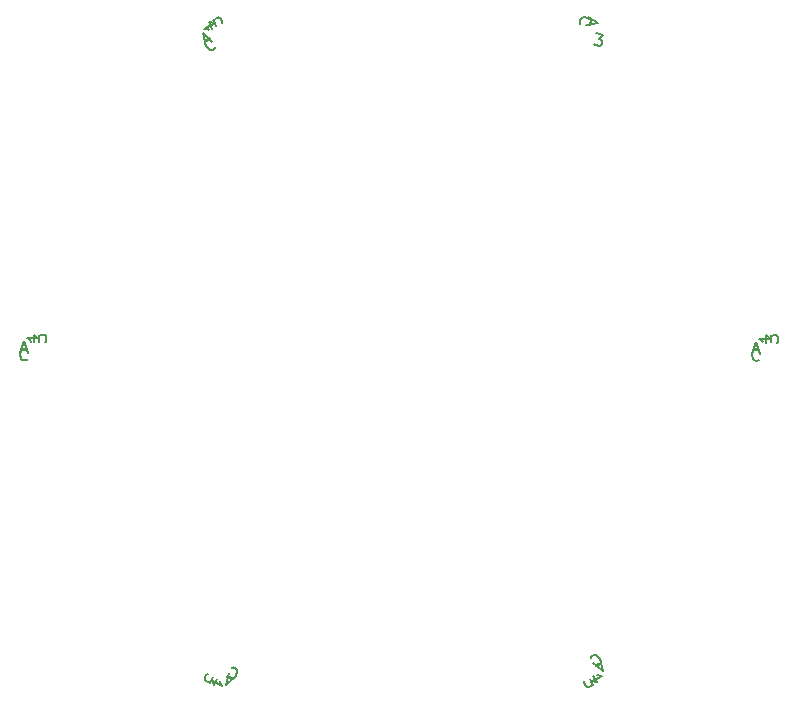
<source format=gbr>
%TF.GenerationSoftware,KiCad,Pcbnew,7.0.9*%
%TF.CreationDate,2024-01-04T19:56:32-05:00*%
%TF.ProjectId,Thermistor Ring,54686572-6d69-4737-946f-722052696e67,rev?*%
%TF.SameCoordinates,Original*%
%TF.FileFunction,Legend,Bot*%
%TF.FilePolarity,Positive*%
%FSLAX46Y46*%
G04 Gerber Fmt 4.6, Leading zero omitted, Abs format (unit mm)*
G04 Created by KiCad (PCBNEW 7.0.9) date 2024-01-04 19:56:32*
%MOMM*%
%LPD*%
G01*
G04 APERTURE LIST*
%ADD10C,0.150000*%
G04 APERTURE END LIST*
D10*
X106807023Y-86033997D02*
X106824452Y-85968948D01*
X106824452Y-85968948D02*
X106924361Y-85856280D01*
X106924361Y-85856280D02*
X107006839Y-85808661D01*
X107006839Y-85808661D02*
X107154367Y-85778472D01*
X107154367Y-85778472D02*
X107284464Y-85813332D01*
X107284464Y-85813332D02*
X107373323Y-85872001D01*
X107373323Y-85872001D02*
X107509800Y-86013148D01*
X107509800Y-86013148D02*
X107581229Y-86136866D01*
X107581229Y-86136866D02*
X107635228Y-86325633D01*
X107635228Y-86325633D02*
X107641607Y-86431921D01*
X107641607Y-86431921D02*
X107606748Y-86562019D01*
X107606748Y-86562019D02*
X107506839Y-86674687D01*
X107506839Y-86674687D02*
X107424361Y-86722306D01*
X107424361Y-86722306D02*
X107276833Y-86752495D01*
X107276833Y-86752495D02*
X107211784Y-86735065D01*
X107036816Y-87583203D02*
X107346339Y-88119314D01*
X107346339Y-88119314D02*
X106849758Y-88021115D01*
X106849758Y-88021115D02*
X106921187Y-88144833D01*
X106921187Y-88144833D02*
X106927567Y-88251121D01*
X106927567Y-88251121D02*
X106910137Y-88316170D01*
X106910137Y-88316170D02*
X106851468Y-88405029D01*
X106851468Y-88405029D02*
X106645271Y-88524076D01*
X106645271Y-88524076D02*
X106538983Y-88530456D01*
X106538983Y-88530456D02*
X106473934Y-88513026D01*
X106473934Y-88513026D02*
X106385076Y-88454357D01*
X106385076Y-88454357D02*
X106242219Y-88206921D01*
X106242219Y-88206921D02*
X106235839Y-88100633D01*
X106235839Y-88100633D02*
X106253269Y-88035584D01*
X106999930Y-88319314D02*
X106714216Y-87824443D01*
X106857073Y-88071878D02*
X107723098Y-87571878D01*
X107723098Y-87571878D02*
X107551761Y-87560828D01*
X107551761Y-87560828D02*
X107421664Y-87525969D01*
X107421664Y-87525969D02*
X107332805Y-87467300D01*
X107676512Y-86444761D02*
X107264119Y-86682856D01*
X107616134Y-86149706D02*
X107827459Y-87182398D01*
X107827459Y-87182398D02*
X107038783Y-86483040D01*
X121670019Y-59345432D02*
X121670019Y-58726385D01*
X121670019Y-58726385D02*
X122050971Y-59059718D01*
X122050971Y-59059718D02*
X122050971Y-58916861D01*
X122050971Y-58916861D02*
X122098590Y-58821623D01*
X122098590Y-58821623D02*
X122146209Y-58774004D01*
X122146209Y-58774004D02*
X122241447Y-58726385D01*
X122241447Y-58726385D02*
X122479542Y-58726385D01*
X122479542Y-58726385D02*
X122574780Y-58774004D01*
X122574780Y-58774004D02*
X122622400Y-58821623D01*
X122622400Y-58821623D02*
X122670019Y-58916861D01*
X122670019Y-58916861D02*
X122670019Y-59202575D01*
X122670019Y-59202575D02*
X122622400Y-59297813D01*
X122622400Y-59297813D02*
X122574780Y-59345432D01*
X121094423Y-60801980D02*
X121046804Y-60849600D01*
X121046804Y-60849600D02*
X120903947Y-60897219D01*
X120903947Y-60897219D02*
X120808709Y-60897219D01*
X120808709Y-60897219D02*
X120665852Y-60849600D01*
X120665852Y-60849600D02*
X120570614Y-60754361D01*
X120570614Y-60754361D02*
X120522995Y-60659123D01*
X120522995Y-60659123D02*
X120475376Y-60468647D01*
X120475376Y-60468647D02*
X120475376Y-60325790D01*
X120475376Y-60325790D02*
X120522995Y-60135314D01*
X120522995Y-60135314D02*
X120570614Y-60040076D01*
X120570614Y-60040076D02*
X120665852Y-59944838D01*
X120665852Y-59944838D02*
X120808709Y-59897219D01*
X120808709Y-59897219D02*
X120903947Y-59897219D01*
X120903947Y-59897219D02*
X121046804Y-59944838D01*
X121046804Y-59944838D02*
X121094423Y-59992457D01*
X122070019Y-58726385D02*
X122070019Y-59297813D01*
X122070019Y-59012099D02*
X121070019Y-59012099D01*
X121070019Y-59012099D02*
X121212876Y-59107337D01*
X121212876Y-59107337D02*
X121308114Y-59202575D01*
X121308114Y-59202575D02*
X121355733Y-59297813D01*
X120546805Y-60011504D02*
X121022995Y-60011504D01*
X120451567Y-60297219D02*
X120784900Y-59297219D01*
X120784900Y-59297219D02*
X121118233Y-60297219D01*
X74818069Y-32025885D02*
X75103783Y-32520756D01*
X74960926Y-32273321D02*
X74094901Y-32773321D01*
X74094901Y-32773321D02*
X74266238Y-32784371D01*
X74266238Y-32784371D02*
X74396335Y-32819230D01*
X74396335Y-32819230D02*
X74485194Y-32877899D01*
X74781183Y-32761996D02*
X74471660Y-32225885D01*
X74471660Y-32225885D02*
X74968241Y-32324084D01*
X74968241Y-32324084D02*
X74896812Y-32200366D01*
X74896812Y-32200366D02*
X74890432Y-32094078D01*
X74890432Y-32094078D02*
X74907862Y-32029029D01*
X74907862Y-32029029D02*
X74966531Y-31940170D01*
X74966531Y-31940170D02*
X75172728Y-31821123D01*
X75172728Y-31821123D02*
X75279016Y-31814743D01*
X75279016Y-31814743D02*
X75344065Y-31832173D01*
X75344065Y-31832173D02*
X75432923Y-31890842D01*
X75432923Y-31890842D02*
X75575780Y-32138278D01*
X75575780Y-32138278D02*
X75582160Y-32244566D01*
X75582160Y-32244566D02*
X75564730Y-32309615D01*
X75010976Y-34311202D02*
X74993547Y-34376251D01*
X74993547Y-34376251D02*
X74893638Y-34488919D01*
X74893638Y-34488919D02*
X74811160Y-34536538D01*
X74811160Y-34536538D02*
X74663632Y-34566727D01*
X74663632Y-34566727D02*
X74533535Y-34531867D01*
X74533535Y-34531867D02*
X74444676Y-34473198D01*
X74444676Y-34473198D02*
X74308199Y-34332051D01*
X74308199Y-34332051D02*
X74236770Y-34208333D01*
X74236770Y-34208333D02*
X74182771Y-34019566D01*
X74182771Y-34019566D02*
X74176392Y-33913278D01*
X74176392Y-33913278D02*
X74211251Y-33783180D01*
X74211251Y-33783180D02*
X74311160Y-33670512D01*
X74311160Y-33670512D02*
X74393638Y-33622893D01*
X74393638Y-33622893D02*
X74541166Y-33592704D01*
X74541166Y-33592704D02*
X74606215Y-33610134D01*
X74141487Y-33900438D02*
X74553880Y-33662343D01*
X74201865Y-34195493D02*
X73990540Y-33162801D01*
X73990540Y-33162801D02*
X74779216Y-33862159D01*
X107261642Y-33174343D02*
X107871285Y-33281840D01*
X107871285Y-33281840D02*
X107476864Y-33599122D01*
X107476864Y-33599122D02*
X107617551Y-33623929D01*
X107617551Y-33623929D02*
X107703073Y-33687362D01*
X107703073Y-33687362D02*
X107741700Y-33742527D01*
X107741700Y-33742527D02*
X107772058Y-33844587D01*
X107772058Y-33844587D02*
X107730713Y-34079065D01*
X107730713Y-34079065D02*
X107667279Y-34164587D01*
X107667279Y-34164587D02*
X107612115Y-34203214D01*
X107612115Y-34203214D02*
X107510055Y-34233572D01*
X107510055Y-34233572D02*
X107228681Y-34183958D01*
X107228681Y-34183958D02*
X107143159Y-34120525D01*
X107143159Y-34120525D02*
X107104532Y-34065360D01*
X105927173Y-32354565D02*
X105888546Y-32299401D01*
X105888546Y-32299401D02*
X105866458Y-32150445D01*
X105866458Y-32150445D02*
X105882996Y-32056654D01*
X105882996Y-32056654D02*
X105954698Y-31924236D01*
X105954698Y-31924236D02*
X106065027Y-31846983D01*
X106065027Y-31846983D02*
X106167087Y-31816625D01*
X106167087Y-31816625D02*
X106362939Y-31802805D01*
X106362939Y-31802805D02*
X106503626Y-31827612D01*
X106503626Y-31827612D02*
X106682939Y-31907584D01*
X106682939Y-31907584D02*
X106768461Y-31971017D01*
X106768461Y-31971017D02*
X106845715Y-32081346D01*
X106845715Y-32081346D02*
X106867803Y-32230302D01*
X106867803Y-32230302D02*
X106851266Y-32324093D01*
X106851266Y-32324093D02*
X106779563Y-32456511D01*
X106779563Y-32456511D02*
X106724398Y-32495138D01*
X106800734Y-31952531D02*
X106718044Y-32421487D01*
X106535898Y-31809126D02*
X107462823Y-32311044D01*
X107462823Y-32311044D02*
X106420132Y-32465665D01*
X76432603Y-86854773D02*
X76497652Y-86837344D01*
X76497652Y-86837344D02*
X76645180Y-86867533D01*
X76645180Y-86867533D02*
X76727658Y-86915152D01*
X76727658Y-86915152D02*
X76827567Y-87027820D01*
X76827567Y-87027820D02*
X76862426Y-87157917D01*
X76862426Y-87157917D02*
X76856047Y-87264206D01*
X76856047Y-87264206D02*
X76802048Y-87452972D01*
X76802048Y-87452972D02*
X76730619Y-87576690D01*
X76730619Y-87576690D02*
X76594142Y-87717838D01*
X76594142Y-87717838D02*
X76505283Y-87776507D01*
X76505283Y-87776507D02*
X76375186Y-87811367D01*
X76375186Y-87811367D02*
X76227658Y-87781177D01*
X76227658Y-87781177D02*
X76145180Y-87733558D01*
X76145180Y-87733558D02*
X76045271Y-87620890D01*
X76045271Y-87620890D02*
X76027842Y-87555842D01*
X76511617Y-87813156D02*
X76099224Y-87575061D01*
X76736953Y-87613339D02*
X75948278Y-88312698D01*
X75948278Y-88312698D02*
X76159603Y-87280006D01*
X75205848Y-87828384D02*
X74896325Y-88364495D01*
X74896325Y-88364495D02*
X74733077Y-87885344D01*
X74733077Y-87885344D02*
X74661648Y-88009062D01*
X74661648Y-88009062D02*
X74572790Y-88067731D01*
X74572790Y-88067731D02*
X74507741Y-88085161D01*
X74507741Y-88085161D02*
X74401453Y-88078781D01*
X74401453Y-88078781D02*
X74195256Y-87959733D01*
X74195256Y-87959733D02*
X74136587Y-87870875D01*
X74136587Y-87870875D02*
X74119158Y-87805826D01*
X74119158Y-87805826D02*
X74125537Y-87699538D01*
X74125537Y-87699538D02*
X74268395Y-87452102D01*
X74268395Y-87452102D02*
X74357253Y-87393433D01*
X74357253Y-87393433D02*
X74422302Y-87376003D01*
X74549915Y-88164495D02*
X74835630Y-87669624D01*
X74692772Y-87917059D02*
X75558798Y-88417059D01*
X75558798Y-88417059D02*
X75482699Y-88263152D01*
X75482699Y-88263152D02*
X75447839Y-88133055D01*
X75447839Y-88133055D02*
X75454219Y-88026766D01*
X58570805Y-59965504D02*
X59046995Y-59965504D01*
X58475567Y-60251219D02*
X58808900Y-59251219D01*
X58808900Y-59251219D02*
X59142233Y-60251219D01*
X60094019Y-58680385D02*
X60094019Y-59251813D01*
X60094019Y-58966099D02*
X59094019Y-58966099D01*
X59094019Y-58966099D02*
X59236876Y-59061337D01*
X59236876Y-59061337D02*
X59332114Y-59156575D01*
X59332114Y-59156575D02*
X59379733Y-59251813D01*
X59118423Y-60755980D02*
X59070804Y-60803600D01*
X59070804Y-60803600D02*
X58927947Y-60851219D01*
X58927947Y-60851219D02*
X58832709Y-60851219D01*
X58832709Y-60851219D02*
X58689852Y-60803600D01*
X58689852Y-60803600D02*
X58594614Y-60708361D01*
X58594614Y-60708361D02*
X58546995Y-60613123D01*
X58546995Y-60613123D02*
X58499376Y-60422647D01*
X58499376Y-60422647D02*
X58499376Y-60279790D01*
X58499376Y-60279790D02*
X58546995Y-60089314D01*
X58546995Y-60089314D02*
X58594614Y-59994076D01*
X58594614Y-59994076D02*
X58689852Y-59898838D01*
X58689852Y-59898838D02*
X58832709Y-59851219D01*
X58832709Y-59851219D02*
X58927947Y-59851219D01*
X58927947Y-59851219D02*
X59070804Y-59898838D01*
X59070804Y-59898838D02*
X59118423Y-59946457D01*
X59694019Y-59299432D02*
X59694019Y-58680385D01*
X59694019Y-58680385D02*
X60074971Y-59013718D01*
X60074971Y-59013718D02*
X60074971Y-58870861D01*
X60074971Y-58870861D02*
X60122590Y-58775623D01*
X60122590Y-58775623D02*
X60170209Y-58728004D01*
X60170209Y-58728004D02*
X60265447Y-58680385D01*
X60265447Y-58680385D02*
X60503542Y-58680385D01*
X60503542Y-58680385D02*
X60598780Y-58728004D01*
X60598780Y-58728004D02*
X60646400Y-58775623D01*
X60646400Y-58775623D02*
X60694019Y-58870861D01*
X60694019Y-58870861D02*
X60694019Y-59156575D01*
X60694019Y-59156575D02*
X60646400Y-59251813D01*
X60646400Y-59251813D02*
X60598780Y-59299432D01*
M02*

</source>
